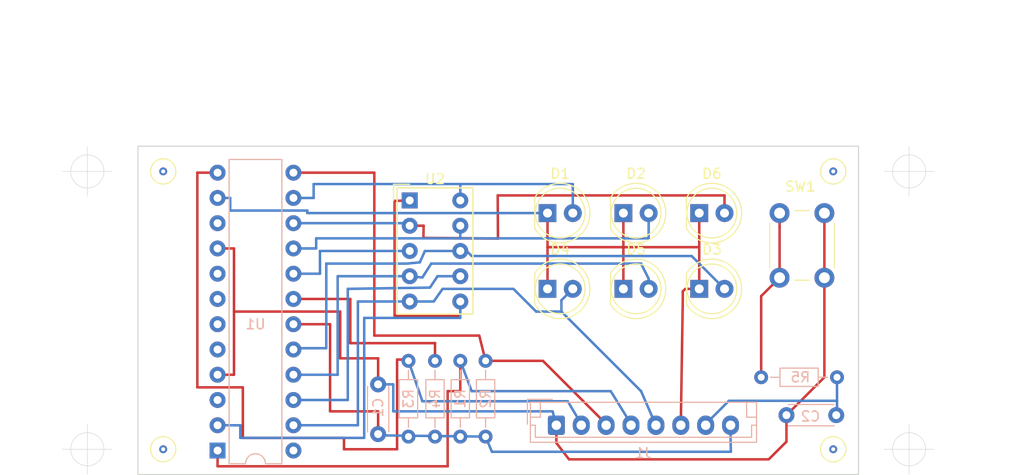
<source format=kicad_pcb>
(kicad_pcb (version 20171130) (host pcbnew "(5.1.4)-1")

  (general
    (thickness 1.6)
    (drawings 31)
    (tracks 176)
    (zones 0)
    (modules 17)
    (nets 19)
  )

  (page A4 portrait)
  (title_block
    (title "A1.2-КОЗ-01 - МИ-01 (модуль индикации)")
    (date 2019-12-20)
    (company "VP Home Studio")
    (comment 1 "VPHS-2019-КОЗ01-МИ-01 СБ")
    (comment 2 "Павлов В.Г.")
  )

  (layers
    (0 F.Cu signal)
    (31 B.Cu signal)
    (32 B.Adhes user hide)
    (33 F.Adhes user hide)
    (34 B.Paste user)
    (35 F.Paste user)
    (36 B.SilkS user)
    (37 F.SilkS user)
    (38 B.Mask user)
    (39 F.Mask user)
    (40 Dwgs.User user)
    (41 Cmts.User user hide)
    (42 Eco1.User user hide)
    (43 Eco2.User user hide)
    (44 Edge.Cuts user)
    (45 Margin user hide)
    (46 B.CrtYd user)
    (47 F.CrtYd user)
    (48 B.Fab user hide)
    (49 F.Fab user hide)
  )

  (setup
    (last_trace_width 0.25)
    (trace_clearance 0.2)
    (zone_clearance 0.508)
    (zone_45_only no)
    (trace_min 0.2)
    (via_size 0.8)
    (via_drill 0.4)
    (via_min_size 0.4)
    (via_min_drill 0.3)
    (uvia_size 0.3)
    (uvia_drill 0.1)
    (uvias_allowed no)
    (uvia_min_size 0.2)
    (uvia_min_drill 0.1)
    (edge_width 0.05)
    (segment_width 0.2)
    (pcb_text_width 0.3)
    (pcb_text_size 1.5 1.5)
    (mod_edge_width 0.12)
    (mod_text_size 1 1)
    (mod_text_width 0.15)
    (pad_size 1.524 1.524)
    (pad_drill 0.762)
    (pad_to_mask_clearance 0.051)
    (solder_mask_min_width 0.25)
    (aux_axis_origin 0 0)
    (visible_elements 7FFFFFFF)
    (pcbplotparams
      (layerselection 0x00000_7fffffff)
      (usegerberextensions false)
      (usegerberattributes false)
      (usegerberadvancedattributes false)
      (creategerberjobfile false)
      (excludeedgelayer false)
      (linewidth 0.100000)
      (plotframeref false)
      (viasonmask false)
      (mode 1)
      (useauxorigin false)
      (hpglpennumber 1)
      (hpglpenspeed 20)
      (hpglpendiameter 15.000000)
      (psnegative false)
      (psa4output false)
      (plotreference true)
      (plotvalue false)
      (plotinvisibletext false)
      (padsonsilk false)
      (subtractmaskfromsilk false)
      (outputformat 4)
      (mirror true)
      (drillshape 2)
      (scaleselection 1)
      (outputdirectory ""))
  )

  (net 0 "")
  (net 1 /1)
  (net 2 /10)
  (net 3 /2)
  (net 4 /3)
  (net 5 /4)
  (net 6 /5)
  (net 7 /6)
  (net 8 +5V)
  (net 9 /7)
  (net 10 GND)
  (net 11 "Net-(R4-Pad1)")
  (net 12 /8)
  (net 13 /9)
  (net 14 /RES)
  (net 15 /DIN)
  (net 16 /CLK)
  (net 17 /CS)
  (net 18 "Net-(R5-Pad1)")

  (net_class Default "Это класс цепей по умолчанию."
    (clearance 0.2)
    (trace_width 0.25)
    (via_dia 0.8)
    (via_drill 0.4)
    (uvia_dia 0.3)
    (uvia_drill 0.1)
    (add_net +5V)
    (add_net /1)
    (add_net /10)
    (add_net /2)
    (add_net /3)
    (add_net /4)
    (add_net /5)
    (add_net /6)
    (add_net /7)
    (add_net /8)
    (add_net /9)
    (add_net /CLK)
    (add_net /CS)
    (add_net /DIN)
    (add_net /RES)
    (add_net GND)
    (add_net "Net-(R4-Pad1)")
    (add_net "Net-(R5-Pad1)")
  )

  (module LED_THT:LED_D5.0mm_IRGrey (layer F.Cu) (tedit 5A6C9BB8) (tstamp 5DF6246B)
    (at 124.587 149.86)
    (descr "LED, diameter 5.0mm, 2 pins, http://cdn-reichelt.de/documents/datenblatt/A500/LL-504BC2E-009.pdf")
    (tags "LED diameter 5.0mm 2 pins")
    (path /5DF4BEB9)
    (fp_text reference D3 (at 1.27 -3.96) (layer F.SilkS)
      (effects (font (size 1 1) (thickness 0.15)))
    )
    (fp_text value "5mm LED-ORANGE" (at 1.27 3.96) (layer F.Fab)
      (effects (font (size 1 1) (thickness 0.15)))
    )
    (fp_arc (start 1.27 0) (end -1.29 1.54483) (angle -148.9) (layer F.SilkS) (width 0.12))
    (fp_arc (start 1.27 0) (end -1.29 -1.54483) (angle 148.9) (layer F.SilkS) (width 0.12))
    (fp_arc (start 1.27 0) (end -1.23 -1.469694) (angle 299.1) (layer F.Fab) (width 0.1))
    (fp_circle (center 1.27 0) (end 3.77 0) (layer F.SilkS) (width 0.12))
    (fp_circle (center 1.27 0) (end 3.77 0) (layer F.Fab) (width 0.1))
    (fp_line (start 4.5 -3.25) (end -1.95 -3.25) (layer F.CrtYd) (width 0.05))
    (fp_line (start 4.5 3.25) (end 4.5 -3.25) (layer F.CrtYd) (width 0.05))
    (fp_line (start -1.95 3.25) (end 4.5 3.25) (layer F.CrtYd) (width 0.05))
    (fp_line (start -1.95 -3.25) (end -1.95 3.25) (layer F.CrtYd) (width 0.05))
    (fp_line (start -1.29 -1.545) (end -1.29 1.545) (layer F.SilkS) (width 0.12))
    (fp_line (start -1.23 -1.469694) (end -1.23 1.469694) (layer F.Fab) (width 0.1))
    (fp_text user %R (at 1.25 0) (layer F.Fab)
      (effects (font (size 0.8 0.8) (thickness 0.2)))
    )
    (pad 2 thru_hole circle (at 2.54 0) (size 1.8 1.8) (drill 0.9) (layers *.Cu *.Mask)
      (net 4 /3))
    (pad 1 thru_hole rect (at 0 0) (size 1.8 1.8) (drill 0.9) (layers *.Cu *.Mask)
      (net 2 /10))
    (model ${KISYS3DMOD}/LED_THT.3dshapes/LED_D5.0mm_IRGrey.wrl
      (at (xyz 0 0 0))
      (scale (xyz 1 1 1))
      (rotate (xyz 0 0 0))
    )
  )

  (module Button_Switch_THT:SW_PUSH_6mm_H7.3mm (layer F.Cu) (tedit 5A02FE31) (tstamp 5E21B8B6)
    (at 137.16 142.24 270)
    (descr "tactile push button, 6x6mm e.g. PHAP33xx series, height=7.3mm")
    (tags "tact sw push 6mm")
    (path /5E21EB60)
    (fp_text reference SW1 (at -2.667 2.413 180) (layer F.SilkS)
      (effects (font (size 1 1) (thickness 0.15)))
    )
    (fp_text value "\"Reset\"" (at 3.75 6.7 90) (layer F.Fab)
      (effects (font (size 1 1) (thickness 0.15)))
    )
    (fp_circle (center 3.25 2.25) (end 1.25 2.5) (layer F.Fab) (width 0.1))
    (fp_line (start 6.75 3) (end 6.75 1.5) (layer F.SilkS) (width 0.12))
    (fp_line (start 5.5 -1) (end 1 -1) (layer F.SilkS) (width 0.12))
    (fp_line (start -0.25 1.5) (end -0.25 3) (layer F.SilkS) (width 0.12))
    (fp_line (start 1 5.5) (end 5.5 5.5) (layer F.SilkS) (width 0.12))
    (fp_line (start 8 -1.25) (end 8 5.75) (layer F.CrtYd) (width 0.05))
    (fp_line (start 7.75 6) (end -1.25 6) (layer F.CrtYd) (width 0.05))
    (fp_line (start -1.5 5.75) (end -1.5 -1.25) (layer F.CrtYd) (width 0.05))
    (fp_line (start -1.25 -1.5) (end 7.75 -1.5) (layer F.CrtYd) (width 0.05))
    (fp_line (start -1.5 6) (end -1.25 6) (layer F.CrtYd) (width 0.05))
    (fp_line (start -1.5 5.75) (end -1.5 6) (layer F.CrtYd) (width 0.05))
    (fp_line (start -1.5 -1.5) (end -1.25 -1.5) (layer F.CrtYd) (width 0.05))
    (fp_line (start -1.5 -1.25) (end -1.5 -1.5) (layer F.CrtYd) (width 0.05))
    (fp_line (start 8 -1.5) (end 8 -1.25) (layer F.CrtYd) (width 0.05))
    (fp_line (start 7.75 -1.5) (end 8 -1.5) (layer F.CrtYd) (width 0.05))
    (fp_line (start 8 6) (end 8 5.75) (layer F.CrtYd) (width 0.05))
    (fp_line (start 7.75 6) (end 8 6) (layer F.CrtYd) (width 0.05))
    (fp_line (start 0.25 -0.75) (end 3.25 -0.75) (layer F.Fab) (width 0.1))
    (fp_line (start 0.25 5.25) (end 0.25 -0.75) (layer F.Fab) (width 0.1))
    (fp_line (start 6.25 5.25) (end 0.25 5.25) (layer F.Fab) (width 0.1))
    (fp_line (start 6.25 -0.75) (end 6.25 5.25) (layer F.Fab) (width 0.1))
    (fp_line (start 3.25 -0.75) (end 6.25 -0.75) (layer F.Fab) (width 0.1))
    (fp_text user %R (at 3.25 2.25 90) (layer F.Fab)
      (effects (font (size 1 1) (thickness 0.15)))
    )
    (pad 1 thru_hole circle (at 6.5 0) (size 2 2) (drill 1.1) (layers *.Cu *.Mask)
      (net 10 GND))
    (pad 2 thru_hole circle (at 6.5 4.5) (size 2 2) (drill 1.1) (layers *.Cu *.Mask)
      (net 18 "Net-(R5-Pad1)"))
    (pad 1 thru_hole circle (at 0 0) (size 2 2) (drill 1.1) (layers *.Cu *.Mask)
      (net 10 GND))
    (pad 2 thru_hole circle (at 0 4.5) (size 2 2) (drill 1.1) (layers *.Cu *.Mask)
      (net 18 "Net-(R5-Pad1)"))
    (model ${KISYS3DMOD}/Button_Switch_THT.3dshapes/SW_PUSH_6mm_H7.3mm.wrl
      (at (xyz 0 0 0))
      (scale (xyz 1 1 1))
      (rotate (xyz 0 0 0))
    )
  )

  (module Resistor_THT:R_Axial_DIN0204_L3.6mm_D1.6mm_P7.62mm_Horizontal (layer B.Cu) (tedit 5AE5139B) (tstamp 5E21B897)
    (at 130.81 158.75)
    (descr "Resistor, Axial_DIN0204 series, Axial, Horizontal, pin pitch=7.62mm, 0.167W, length*diameter=3.6*1.6mm^2, http://cdn-reichelt.de/documents/datenblatt/B400/1_4W%23YAG.pdf")
    (tags "Resistor Axial_DIN0204 series Axial Horizontal pin pitch 7.62mm 0.167W length 3.6mm diameter 1.6mm")
    (path /5E21D20F)
    (fp_text reference R5 (at 3.937 0) (layer B.SilkS)
      (effects (font (size 1 1) (thickness 0.15)) (justify mirror))
    )
    (fp_text value 1k (at 3.81 -1.92) (layer B.Fab)
      (effects (font (size 1 1) (thickness 0.15)) (justify mirror))
    )
    (fp_text user %R (at 3.81 0) (layer B.Fab)
      (effects (font (size 0.72 0.72) (thickness 0.108)) (justify mirror))
    )
    (fp_line (start 8.57 1.05) (end -0.95 1.05) (layer B.CrtYd) (width 0.05))
    (fp_line (start 8.57 -1.05) (end 8.57 1.05) (layer B.CrtYd) (width 0.05))
    (fp_line (start -0.95 -1.05) (end 8.57 -1.05) (layer B.CrtYd) (width 0.05))
    (fp_line (start -0.95 1.05) (end -0.95 -1.05) (layer B.CrtYd) (width 0.05))
    (fp_line (start 6.68 0) (end 5.73 0) (layer B.SilkS) (width 0.12))
    (fp_line (start 0.94 0) (end 1.89 0) (layer B.SilkS) (width 0.12))
    (fp_line (start 5.73 0.92) (end 1.89 0.92) (layer B.SilkS) (width 0.12))
    (fp_line (start 5.73 -0.92) (end 5.73 0.92) (layer B.SilkS) (width 0.12))
    (fp_line (start 1.89 -0.92) (end 5.73 -0.92) (layer B.SilkS) (width 0.12))
    (fp_line (start 1.89 0.92) (end 1.89 -0.92) (layer B.SilkS) (width 0.12))
    (fp_line (start 7.62 0) (end 5.61 0) (layer B.Fab) (width 0.1))
    (fp_line (start 0 0) (end 2.01 0) (layer B.Fab) (width 0.1))
    (fp_line (start 5.61 0.8) (end 2.01 0.8) (layer B.Fab) (width 0.1))
    (fp_line (start 5.61 -0.8) (end 5.61 0.8) (layer B.Fab) (width 0.1))
    (fp_line (start 2.01 -0.8) (end 5.61 -0.8) (layer B.Fab) (width 0.1))
    (fp_line (start 2.01 0.8) (end 2.01 -0.8) (layer B.Fab) (width 0.1))
    (pad 2 thru_hole oval (at 7.62 0) (size 1.4 1.4) (drill 0.7) (layers *.Cu *.Mask)
      (net 14 /RES))
    (pad 1 thru_hole circle (at 0 0) (size 1.4 1.4) (drill 0.7) (layers *.Cu *.Mask)
      (net 18 "Net-(R5-Pad1)"))
    (model ${KISYS3DMOD}/Resistor_THT.3dshapes/R_Axial_DIN0204_L3.6mm_D1.6mm_P7.62mm_Horizontal.wrl
      (at (xyz 0 0 0))
      (scale (xyz 1 1 1))
      (rotate (xyz 0 0 0))
    )
  )

  (module Capacitor_THT:C_Disc_D4.3mm_W1.9mm_P5.00mm (layer B.Cu) (tedit 5AE50EF0) (tstamp 5E21B6A3)
    (at 133.35 162.56)
    (descr "C, Disc series, Radial, pin pitch=5.00mm, , diameter*width=4.3*1.9mm^2, Capacitor, http://www.vishay.com/docs/45233/krseries.pdf")
    (tags "C Disc series Radial pin pitch 5.00mm  diameter 4.3mm width 1.9mm Capacitor")
    (path /5E21D47F)
    (fp_text reference C2 (at 2.413 0.127) (layer B.SilkS)
      (effects (font (size 1 1) (thickness 0.15)) (justify mirror))
    )
    (fp_text value 0,1 (at 2.5 -2.2) (layer B.Fab)
      (effects (font (size 1 1) (thickness 0.15)) (justify mirror))
    )
    (fp_text user %R (at 2.5 0) (layer B.Fab)
      (effects (font (size 0.86 0.86) (thickness 0.129)) (justify mirror))
    )
    (fp_line (start 6.05 1.2) (end -1.05 1.2) (layer B.CrtYd) (width 0.05))
    (fp_line (start 6.05 -1.2) (end 6.05 1.2) (layer B.CrtYd) (width 0.05))
    (fp_line (start -1.05 -1.2) (end 6.05 -1.2) (layer B.CrtYd) (width 0.05))
    (fp_line (start -1.05 1.2) (end -1.05 -1.2) (layer B.CrtYd) (width 0.05))
    (fp_line (start 4.77 -1.055) (end 4.77 -1.07) (layer B.SilkS) (width 0.12))
    (fp_line (start 4.77 1.07) (end 4.77 1.055) (layer B.SilkS) (width 0.12))
    (fp_line (start 0.23 -1.055) (end 0.23 -1.07) (layer B.SilkS) (width 0.12))
    (fp_line (start 0.23 1.07) (end 0.23 1.055) (layer B.SilkS) (width 0.12))
    (fp_line (start 0.23 -1.07) (end 4.77 -1.07) (layer B.SilkS) (width 0.12))
    (fp_line (start 0.23 1.07) (end 4.77 1.07) (layer B.SilkS) (width 0.12))
    (fp_line (start 4.65 0.95) (end 0.35 0.95) (layer B.Fab) (width 0.1))
    (fp_line (start 4.65 -0.95) (end 4.65 0.95) (layer B.Fab) (width 0.1))
    (fp_line (start 0.35 -0.95) (end 4.65 -0.95) (layer B.Fab) (width 0.1))
    (fp_line (start 0.35 0.95) (end 0.35 -0.95) (layer B.Fab) (width 0.1))
    (pad 2 thru_hole circle (at 5 0) (size 1.6 1.6) (drill 0.8) (layers *.Cu *.Mask)
      (net 14 /RES))
    (pad 1 thru_hole circle (at 0 0) (size 1.6 1.6) (drill 0.8) (layers *.Cu *.Mask)
      (net 10 GND))
    (model ${KISYS3DMOD}/Capacitor_THT.3dshapes/C_Disc_D4.3mm_W1.9mm_P5.00mm.wrl
      (at (xyz 0 0 0))
      (scale (xyz 1 1 1))
      (rotate (xyz 0 0 0))
    )
  )

  (module Package_DIP:DIP-24_W7.62mm (layer B.Cu) (tedit 5A02E8C5) (tstamp 5E0217CF)
    (at 76.2 166.116)
    (descr "24-lead though-hole mounted DIP package, row spacing 7.62 mm (300 mils)")
    (tags "THT DIP DIL PDIP 2.54mm 7.62mm 300mil")
    (path /5DF41EB1)
    (fp_text reference U1 (at 3.81 -12.7) (layer B.SilkS)
      (effects (font (size 1 1) (thickness 0.15)) (justify mirror))
    )
    (fp_text value MAX7221 (at 3.81 -30.27) (layer B.Fab)
      (effects (font (size 1 1) (thickness 0.15)) (justify mirror))
    )
    (fp_text user %R (at 3.81 -13.97) (layer B.Fab)
      (effects (font (size 1 1) (thickness 0.15)) (justify mirror))
    )
    (fp_line (start 8.7 1.55) (end -1.1 1.55) (layer B.CrtYd) (width 0.05))
    (fp_line (start 8.7 -29.5) (end 8.7 1.55) (layer B.CrtYd) (width 0.05))
    (fp_line (start -1.1 -29.5) (end 8.7 -29.5) (layer B.CrtYd) (width 0.05))
    (fp_line (start -1.1 1.55) (end -1.1 -29.5) (layer B.CrtYd) (width 0.05))
    (fp_line (start 6.46 1.33) (end 4.81 1.33) (layer B.SilkS) (width 0.12))
    (fp_line (start 6.46 -29.27) (end 6.46 1.33) (layer B.SilkS) (width 0.12))
    (fp_line (start 1.16 -29.27) (end 6.46 -29.27) (layer B.SilkS) (width 0.12))
    (fp_line (start 1.16 1.33) (end 1.16 -29.27) (layer B.SilkS) (width 0.12))
    (fp_line (start 2.81 1.33) (end 1.16 1.33) (layer B.SilkS) (width 0.12))
    (fp_line (start 0.635 0.27) (end 1.635 1.27) (layer B.Fab) (width 0.1))
    (fp_line (start 0.635 -29.21) (end 0.635 0.27) (layer B.Fab) (width 0.1))
    (fp_line (start 6.985 -29.21) (end 0.635 -29.21) (layer B.Fab) (width 0.1))
    (fp_line (start 6.985 1.27) (end 6.985 -29.21) (layer B.Fab) (width 0.1))
    (fp_line (start 1.635 1.27) (end 6.985 1.27) (layer B.Fab) (width 0.1))
    (fp_arc (start 3.81 1.33) (end 2.81 1.33) (angle 180) (layer B.SilkS) (width 0.12))
    (pad 24 thru_hole oval (at 7.62 0) (size 1.6 1.6) (drill 0.8) (layers *.Cu *.Mask))
    (pad 12 thru_hole oval (at 0 -27.94) (size 1.6 1.6) (drill 0.8) (layers *.Cu *.Mask)
      (net 17 /CS))
    (pad 23 thru_hole oval (at 7.62 -2.54) (size 1.6 1.6) (drill 0.8) (layers *.Cu *.Mask)
      (net 5 /4))
    (pad 11 thru_hole oval (at 0 -25.4) (size 1.6 1.6) (drill 0.8) (layers *.Cu *.Mask)
      (net 2 /10))
    (pad 22 thru_hole oval (at 7.62 -5.08) (size 1.6 1.6) (drill 0.8) (layers *.Cu *.Mask)
      (net 12 /8))
    (pad 10 thru_hole oval (at 0 -22.86) (size 1.6 1.6) (drill 0.8) (layers *.Cu *.Mask))
    (pad 21 thru_hole oval (at 7.62 -7.62) (size 1.6 1.6) (drill 0.8) (layers *.Cu *.Mask)
      (net 6 /5))
    (pad 9 thru_hole oval (at 0 -20.32) (size 1.6 1.6) (drill 0.8) (layers *.Cu *.Mask)
      (net 10 GND))
    (pad 20 thru_hole oval (at 7.62 -10.16) (size 1.6 1.6) (drill 0.8) (layers *.Cu *.Mask)
      (net 4 /3))
    (pad 8 thru_hole oval (at 0 -17.78) (size 1.6 1.6) (drill 0.8) (layers *.Cu *.Mask))
    (pad 19 thru_hole oval (at 7.62 -12.7) (size 1.6 1.6) (drill 0.8) (layers *.Cu *.Mask)
      (net 8 +5V))
    (pad 7 thru_hole oval (at 0 -15.24) (size 1.6 1.6) (drill 0.8) (layers *.Cu *.Mask))
    (pad 18 thru_hole oval (at 7.62 -15.24) (size 1.6 1.6) (drill 0.8) (layers *.Cu *.Mask)
      (net 11 "Net-(R4-Pad1)"))
    (pad 6 thru_hole oval (at 0 -12.7) (size 1.6 1.6) (drill 0.8) (layers *.Cu *.Mask))
    (pad 17 thru_hole oval (at 7.62 -17.78) (size 1.6 1.6) (drill 0.8) (layers *.Cu *.Mask)
      (net 9 /7))
    (pad 5 thru_hole oval (at 0 -10.16) (size 1.6 1.6) (drill 0.8) (layers *.Cu *.Mask))
    (pad 16 thru_hole oval (at 7.62 -20.32) (size 1.6 1.6) (drill 0.8) (layers *.Cu *.Mask)
      (net 3 /2))
    (pad 4 thru_hole oval (at 0 -7.62) (size 1.6 1.6) (drill 0.8) (layers *.Cu *.Mask)
      (net 10 GND))
    (pad 15 thru_hole oval (at 7.62 -22.86) (size 1.6 1.6) (drill 0.8) (layers *.Cu *.Mask)
      (net 7 /6))
    (pad 3 thru_hole oval (at 0 -5.08) (size 1.6 1.6) (drill 0.8) (layers *.Cu *.Mask))
    (pad 14 thru_hole oval (at 7.62 -25.4) (size 1.6 1.6) (drill 0.8) (layers *.Cu *.Mask)
      (net 1 /1))
    (pad 2 thru_hole oval (at 0 -2.54) (size 1.6 1.6) (drill 0.8) (layers *.Cu *.Mask)
      (net 13 /9))
    (pad 13 thru_hole oval (at 7.62 -27.94) (size 1.6 1.6) (drill 0.8) (layers *.Cu *.Mask)
      (net 16 /CLK))
    (pad 1 thru_hole rect (at 0 0) (size 1.6 1.6) (drill 0.8) (layers *.Cu *.Mask)
      (net 15 /DIN))
    (model ${KISYS3DMOD}/Package_DIP.3dshapes/DIP-24_W7.62mm.wrl
      (at (xyz 0 0 0))
      (scale (xyz 1 1 1))
      (rotate (xyz 0 0 0))
    )
  )

  (module Capacitor_THT:C_Disc_D4.3mm_W1.9mm_P5.00mm (layer B.Cu) (tedit 5AE50EF0) (tstamp 5DF7D9F2)
    (at 92.329 164.465 90)
    (descr "C, Disc series, Radial, pin pitch=5.00mm, , diameter*width=4.3*1.9mm^2, Capacitor, http://www.vishay.com/docs/45233/krseries.pdf")
    (tags "C Disc series Radial pin pitch 5.00mm  diameter 4.3mm width 1.9mm Capacitor")
    (path /5DF91D0E)
    (fp_text reference C1 (at 2.667 0 270) (layer B.SilkS)
      (effects (font (size 1 1) (thickness 0.15)) (justify mirror))
    )
    (fp_text value 0,1 (at 2.5 -2.2 270) (layer B.Fab)
      (effects (font (size 1 1) (thickness 0.15)) (justify mirror))
    )
    (fp_text user %R (at 2.5 0 270) (layer B.Fab)
      (effects (font (size 0.86 0.86) (thickness 0.129)) (justify mirror))
    )
    (fp_line (start 6.05 1.2) (end -1.05 1.2) (layer B.CrtYd) (width 0.05))
    (fp_line (start 6.05 -1.2) (end 6.05 1.2) (layer B.CrtYd) (width 0.05))
    (fp_line (start -1.05 -1.2) (end 6.05 -1.2) (layer B.CrtYd) (width 0.05))
    (fp_line (start -1.05 1.2) (end -1.05 -1.2) (layer B.CrtYd) (width 0.05))
    (fp_line (start 4.77 -1.055) (end 4.77 -1.07) (layer B.SilkS) (width 0.12))
    (fp_line (start 4.77 1.07) (end 4.77 1.055) (layer B.SilkS) (width 0.12))
    (fp_line (start 0.23 -1.055) (end 0.23 -1.07) (layer B.SilkS) (width 0.12))
    (fp_line (start 0.23 1.07) (end 0.23 1.055) (layer B.SilkS) (width 0.12))
    (fp_line (start 0.23 -1.07) (end 4.77 -1.07) (layer B.SilkS) (width 0.12))
    (fp_line (start 0.23 1.07) (end 4.77 1.07) (layer B.SilkS) (width 0.12))
    (fp_line (start 4.65 0.95) (end 0.35 0.95) (layer B.Fab) (width 0.1))
    (fp_line (start 4.65 -0.95) (end 4.65 0.95) (layer B.Fab) (width 0.1))
    (fp_line (start 0.35 -0.95) (end 4.65 -0.95) (layer B.Fab) (width 0.1))
    (fp_line (start 0.35 0.95) (end 0.35 -0.95) (layer B.Fab) (width 0.1))
    (pad 2 thru_hole circle (at 5 0 90) (size 1.6 1.6) (drill 0.8) (layers *.Cu *.Mask)
      (net 10 GND))
    (pad 1 thru_hole circle (at 0 0 90) (size 1.6 1.6) (drill 0.8) (layers *.Cu *.Mask)
      (net 8 +5V))
    (model ${KISYS3DMOD}/Capacitor_THT.3dshapes/C_Disc_D4.3mm_W1.9mm_P5.00mm.wrl
      (at (xyz 0 0 0))
      (scale (xyz 1 1 1))
      (rotate (xyz 0 0 0))
    )
  )

  (module Resistor_THT:R_Axial_DIN0204_L3.6mm_D1.6mm_P7.62mm_Horizontal (layer B.Cu) (tedit 5AE5139B) (tstamp 5DF624F5)
    (at 103.124 157.099 270)
    (descr "Resistor, Axial_DIN0204 series, Axial, Horizontal, pin pitch=7.62mm, 0.167W, length*diameter=3.6*1.6mm^2, http://cdn-reichelt.de/documents/datenblatt/B400/1_4W%23YAG.pdf")
    (tags "Resistor Axial_DIN0204 series Axial Horizontal pin pitch 7.62mm 0.167W length 3.6mm diameter 1.6mm")
    (path /5DF6E1CF)
    (fp_text reference R2 (at 3.81 0 90) (layer B.SilkS)
      (effects (font (size 1 1) (thickness 0.15)) (justify mirror))
    )
    (fp_text value 10k (at 3.81 -1.92 90) (layer B.Fab)
      (effects (font (size 1 1) (thickness 0.15)) (justify mirror))
    )
    (fp_text user %R (at 3.81 0 90) (layer B.Fab)
      (effects (font (size 0.72 0.72) (thickness 0.108)) (justify mirror))
    )
    (fp_line (start 8.57 1.05) (end -0.95 1.05) (layer B.CrtYd) (width 0.05))
    (fp_line (start 8.57 -1.05) (end 8.57 1.05) (layer B.CrtYd) (width 0.05))
    (fp_line (start -0.95 -1.05) (end 8.57 -1.05) (layer B.CrtYd) (width 0.05))
    (fp_line (start -0.95 1.05) (end -0.95 -1.05) (layer B.CrtYd) (width 0.05))
    (fp_line (start 6.68 0) (end 5.73 0) (layer B.SilkS) (width 0.12))
    (fp_line (start 0.94 0) (end 1.89 0) (layer B.SilkS) (width 0.12))
    (fp_line (start 5.73 0.92) (end 1.89 0.92) (layer B.SilkS) (width 0.12))
    (fp_line (start 5.73 -0.92) (end 5.73 0.92) (layer B.SilkS) (width 0.12))
    (fp_line (start 1.89 -0.92) (end 5.73 -0.92) (layer B.SilkS) (width 0.12))
    (fp_line (start 1.89 0.92) (end 1.89 -0.92) (layer B.SilkS) (width 0.12))
    (fp_line (start 7.62 0) (end 5.61 0) (layer B.Fab) (width 0.1))
    (fp_line (start 0 0) (end 2.01 0) (layer B.Fab) (width 0.1))
    (fp_line (start 5.61 0.8) (end 2.01 0.8) (layer B.Fab) (width 0.1))
    (fp_line (start 5.61 -0.8) (end 5.61 0.8) (layer B.Fab) (width 0.1))
    (fp_line (start 2.01 -0.8) (end 5.61 -0.8) (layer B.Fab) (width 0.1))
    (fp_line (start 2.01 0.8) (end 2.01 -0.8) (layer B.Fab) (width 0.1))
    (pad 2 thru_hole oval (at 7.62 0 270) (size 1.4 1.4) (drill 0.7) (layers *.Cu *.Mask)
      (net 8 +5V))
    (pad 1 thru_hole circle (at 0 0 270) (size 1.4 1.4) (drill 0.7) (layers *.Cu *.Mask)
      (net 16 /CLK))
    (model ${KISYS3DMOD}/Resistor_THT.3dshapes/R_Axial_DIN0204_L3.6mm_D1.6mm_P7.62mm_Horizontal.wrl
      (at (xyz 0 0 0))
      (scale (xyz 1 1 1))
      (rotate (xyz 0 0 0))
    )
  )

  (module Display_7Segment:HDSP-A401 (layer F.Cu) (tedit 5A9EC7B4) (tstamp 5DF6256D)
    (at 95.504 140.97)
    (descr "One digit 7 segment orange, common anode, https://docs.broadcom.com/docs/AV02-2553EN")
    (tags "One digit 7 segment orange common anode")
    (path /5DF4375C)
    (fp_text reference U2 (at 2.54 -2.159) (layer F.SilkS)
      (effects (font (size 1 1) (thickness 0.15)))
    )
    (fp_text value SC36-11GWA (at 2.54 12.7) (layer F.Fab)
      (effects (font (size 1 1) (thickness 0.15)))
    )
    (fp_line (start -1.63 -1.63) (end 0 -1.63) (layer F.SilkS) (width 0.12))
    (fp_line (start -1.63 0) (end -1.63 -1.63) (layer F.SilkS) (width 0.12))
    (fp_line (start -1.5 -1.5) (end 6.6 -1.5) (layer F.CrtYd) (width 0.05))
    (fp_line (start -1.5 11.7) (end -1.5 -1.5) (layer F.CrtYd) (width 0.05))
    (fp_line (start 6.6 11.7) (end -1.5 11.7) (layer F.CrtYd) (width 0.05))
    (fp_line (start 6.6 -1.5) (end 6.6 11.7) (layer F.CrtYd) (width 0.05))
    (fp_line (start -0.1 -1.1) (end 6.2 -1.1) (layer F.Fab) (width 0.1))
    (fp_line (start -1.1 -0.1) (end -0.1 -1.1) (layer F.Fab) (width 0.1))
    (fp_line (start -1.1 11.3) (end -1.1 -0.1) (layer F.Fab) (width 0.1))
    (fp_line (start 6.2 11.3) (end -1.1 11.3) (layer F.Fab) (width 0.1))
    (fp_line (start 6.2 -1.1) (end 6.2 11.3) (layer F.Fab) (width 0.1))
    (fp_line (start 6.35 11.43) (end 6.35 -1.27) (layer F.SilkS) (width 0.15))
    (fp_line (start -1.27 11.43) (end 6.35 11.43) (layer F.SilkS) (width 0.15))
    (fp_line (start -1.27 -1.27) (end -1.27 11.43) (layer F.SilkS) (width 0.15))
    (fp_line (start 6.35 -1.27) (end -1.27 -1.27) (layer F.SilkS) (width 0.15))
    (fp_text user %R (at 2.573 5.08) (layer F.Fab)
      (effects (font (size 1 1) (thickness 0.15)))
    )
    (pad 10 thru_hole circle (at 5.08 0) (size 1.6 1.6) (drill 0.8) (layers *.Cu *.Mask)
      (net 1 /1))
    (pad 9 thru_hole circle (at 5.08 2.54) (size 1.6 1.6) (drill 0.8) (layers *.Cu *.Mask)
      (net 3 /2))
    (pad 8 thru_hole circle (at 5.08 5.08) (size 1.6 1.6) (drill 0.8) (layers *.Cu *.Mask)
      (net 4 /3))
    (pad 7 thru_hole circle (at 5.08 7.62) (size 1.6 1.6) (drill 0.8) (layers *.Cu *.Mask)
      (net 12 /8))
    (pad 6 thru_hole circle (at 5.08 10.16) (size 1.6 1.6) (drill 0.8) (layers *.Cu *.Mask)
      (net 13 /9))
    (pad 5 thru_hole circle (at 0 10.16) (size 1.6 1.6) (drill 0.8) (layers *.Cu *.Mask)
      (net 5 /4))
    (pad 4 thru_hole circle (at 0 7.62) (size 1.6 1.6) (drill 0.8) (layers *.Cu *.Mask)
      (net 6 /5))
    (pad 3 thru_hole circle (at 0 5.08) (size 1.6 1.6) (drill 0.8) (layers *.Cu *.Mask)
      (net 9 /7))
    (pad 2 thru_hole circle (at 0 2.54) (size 1.6 1.6) (drill 0.8) (layers *.Cu *.Mask)
      (net 7 /6))
    (pad 1 thru_hole rect (at 0 0) (size 1.6 1.6) (drill 0.8) (layers *.Cu *.Mask)
      (net 13 /9))
    (model ${KISYS3DMOD}/Display_7Segment.3dshapes/HDSP-A401.wrl
      (at (xyz 0 0 0))
      (scale (xyz 1 1 1))
      (rotate (xyz 0 0 0))
    )
  )

  (module Resistor_THT:R_Axial_DIN0204_L3.6mm_D1.6mm_P7.62mm_Horizontal (layer B.Cu) (tedit 5AE5139B) (tstamp 5DF62523)
    (at 98.044 157.099 270)
    (descr "Resistor, Axial_DIN0204 series, Axial, Horizontal, pin pitch=7.62mm, 0.167W, length*diameter=3.6*1.6mm^2, http://cdn-reichelt.de/documents/datenblatt/B400/1_4W%23YAG.pdf")
    (tags "Resistor Axial_DIN0204 series Axial Horizontal pin pitch 7.62mm 0.167W length 3.6mm diameter 1.6mm")
    (path /5DF6C697)
    (fp_text reference R4 (at 3.81 0 90) (layer B.SilkS)
      (effects (font (size 1 1) (thickness 0.15)) (justify mirror))
    )
    (fp_text value 10k (at 3.81 -1.92 90) (layer B.Fab)
      (effects (font (size 1 1) (thickness 0.15)) (justify mirror))
    )
    (fp_text user %R (at 3.81 0 90) (layer B.Fab)
      (effects (font (size 0.72 0.72) (thickness 0.108)) (justify mirror))
    )
    (fp_line (start 8.57 1.05) (end -0.95 1.05) (layer B.CrtYd) (width 0.05))
    (fp_line (start 8.57 -1.05) (end 8.57 1.05) (layer B.CrtYd) (width 0.05))
    (fp_line (start -0.95 -1.05) (end 8.57 -1.05) (layer B.CrtYd) (width 0.05))
    (fp_line (start -0.95 1.05) (end -0.95 -1.05) (layer B.CrtYd) (width 0.05))
    (fp_line (start 6.68 0) (end 5.73 0) (layer B.SilkS) (width 0.12))
    (fp_line (start 0.94 0) (end 1.89 0) (layer B.SilkS) (width 0.12))
    (fp_line (start 5.73 0.92) (end 1.89 0.92) (layer B.SilkS) (width 0.12))
    (fp_line (start 5.73 -0.92) (end 5.73 0.92) (layer B.SilkS) (width 0.12))
    (fp_line (start 1.89 -0.92) (end 5.73 -0.92) (layer B.SilkS) (width 0.12))
    (fp_line (start 1.89 0.92) (end 1.89 -0.92) (layer B.SilkS) (width 0.12))
    (fp_line (start 7.62 0) (end 5.61 0) (layer B.Fab) (width 0.1))
    (fp_line (start 0 0) (end 2.01 0) (layer B.Fab) (width 0.1))
    (fp_line (start 5.61 0.8) (end 2.01 0.8) (layer B.Fab) (width 0.1))
    (fp_line (start 5.61 -0.8) (end 5.61 0.8) (layer B.Fab) (width 0.1))
    (fp_line (start 2.01 -0.8) (end 5.61 -0.8) (layer B.Fab) (width 0.1))
    (fp_line (start 2.01 0.8) (end 2.01 -0.8) (layer B.Fab) (width 0.1))
    (pad 2 thru_hole oval (at 7.62 0 270) (size 1.4 1.4) (drill 0.7) (layers *.Cu *.Mask)
      (net 8 +5V))
    (pad 1 thru_hole circle (at 0 0 270) (size 1.4 1.4) (drill 0.7) (layers *.Cu *.Mask)
      (net 11 "Net-(R4-Pad1)"))
    (model ${KISYS3DMOD}/Resistor_THT.3dshapes/R_Axial_DIN0204_L3.6mm_D1.6mm_P7.62mm_Horizontal.wrl
      (at (xyz 0 0 0))
      (scale (xyz 1 1 1))
      (rotate (xyz 0 0 0))
    )
  )

  (module Resistor_THT:R_Axial_DIN0204_L3.6mm_D1.6mm_P7.62mm_Horizontal (layer B.Cu) (tedit 5AE5139B) (tstamp 5DF6250C)
    (at 95.377 157.099 270)
    (descr "Resistor, Axial_DIN0204 series, Axial, Horizontal, pin pitch=7.62mm, 0.167W, length*diameter=3.6*1.6mm^2, http://cdn-reichelt.de/documents/datenblatt/B400/1_4W%23YAG.pdf")
    (tags "Resistor Axial_DIN0204 series Axial Horizontal pin pitch 7.62mm 0.167W length 3.6mm diameter 1.6mm")
    (path /5DF6DF49)
    (fp_text reference R3 (at 3.81 0 90) (layer B.SilkS)
      (effects (font (size 1 1) (thickness 0.15)) (justify mirror))
    )
    (fp_text value 10k (at 3.81 -1.92 90) (layer B.Fab)
      (effects (font (size 1 1) (thickness 0.15)) (justify mirror))
    )
    (fp_text user %R (at 3.81 0 90) (layer B.Fab)
      (effects (font (size 0.72 0.72) (thickness 0.108)) (justify mirror))
    )
    (fp_line (start 8.57 1.05) (end -0.95 1.05) (layer B.CrtYd) (width 0.05))
    (fp_line (start 8.57 -1.05) (end 8.57 1.05) (layer B.CrtYd) (width 0.05))
    (fp_line (start -0.95 -1.05) (end 8.57 -1.05) (layer B.CrtYd) (width 0.05))
    (fp_line (start -0.95 1.05) (end -0.95 -1.05) (layer B.CrtYd) (width 0.05))
    (fp_line (start 6.68 0) (end 5.73 0) (layer B.SilkS) (width 0.12))
    (fp_line (start 0.94 0) (end 1.89 0) (layer B.SilkS) (width 0.12))
    (fp_line (start 5.73 0.92) (end 1.89 0.92) (layer B.SilkS) (width 0.12))
    (fp_line (start 5.73 -0.92) (end 5.73 0.92) (layer B.SilkS) (width 0.12))
    (fp_line (start 1.89 -0.92) (end 5.73 -0.92) (layer B.SilkS) (width 0.12))
    (fp_line (start 1.89 0.92) (end 1.89 -0.92) (layer B.SilkS) (width 0.12))
    (fp_line (start 7.62 0) (end 5.61 0) (layer B.Fab) (width 0.1))
    (fp_line (start 0 0) (end 2.01 0) (layer B.Fab) (width 0.1))
    (fp_line (start 5.61 0.8) (end 2.01 0.8) (layer B.Fab) (width 0.1))
    (fp_line (start 5.61 -0.8) (end 5.61 0.8) (layer B.Fab) (width 0.1))
    (fp_line (start 2.01 -0.8) (end 5.61 -0.8) (layer B.Fab) (width 0.1))
    (fp_line (start 2.01 0.8) (end 2.01 -0.8) (layer B.Fab) (width 0.1))
    (pad 2 thru_hole oval (at 7.62 0 270) (size 1.4 1.4) (drill 0.7) (layers *.Cu *.Mask)
      (net 8 +5V))
    (pad 1 thru_hole circle (at 0 0 270) (size 1.4 1.4) (drill 0.7) (layers *.Cu *.Mask)
      (net 17 /CS))
    (model ${KISYS3DMOD}/Resistor_THT.3dshapes/R_Axial_DIN0204_L3.6mm_D1.6mm_P7.62mm_Horizontal.wrl
      (at (xyz 0 0 0))
      (scale (xyz 1 1 1))
      (rotate (xyz 0 0 0))
    )
  )

  (module Resistor_THT:R_Axial_DIN0204_L3.6mm_D1.6mm_P7.62mm_Horizontal (layer B.Cu) (tedit 5AE5139B) (tstamp 5DF624DE)
    (at 100.584 157.099 270)
    (descr "Resistor, Axial_DIN0204 series, Axial, Horizontal, pin pitch=7.62mm, 0.167W, length*diameter=3.6*1.6mm^2, http://cdn-reichelt.de/documents/datenblatt/B400/1_4W%23YAG.pdf")
    (tags "Resistor Axial_DIN0204 series Axial Horizontal pin pitch 7.62mm 0.167W length 3.6mm diameter 1.6mm")
    (path /5DF8AF34)
    (fp_text reference R1 (at 3.81 0 90) (layer B.SilkS)
      (effects (font (size 1 1) (thickness 0.15)) (justify mirror))
    )
    (fp_text value 10k (at 3.81 -1.92 90) (layer B.Fab)
      (effects (font (size 1 1) (thickness 0.15)) (justify mirror))
    )
    (fp_text user %R (at 3.81 0 90) (layer B.Fab)
      (effects (font (size 0.72 0.72) (thickness 0.108)) (justify mirror))
    )
    (fp_line (start 8.57 1.05) (end -0.95 1.05) (layer B.CrtYd) (width 0.05))
    (fp_line (start 8.57 -1.05) (end 8.57 1.05) (layer B.CrtYd) (width 0.05))
    (fp_line (start -0.95 -1.05) (end 8.57 -1.05) (layer B.CrtYd) (width 0.05))
    (fp_line (start -0.95 1.05) (end -0.95 -1.05) (layer B.CrtYd) (width 0.05))
    (fp_line (start 6.68 0) (end 5.73 0) (layer B.SilkS) (width 0.12))
    (fp_line (start 0.94 0) (end 1.89 0) (layer B.SilkS) (width 0.12))
    (fp_line (start 5.73 0.92) (end 1.89 0.92) (layer B.SilkS) (width 0.12))
    (fp_line (start 5.73 -0.92) (end 5.73 0.92) (layer B.SilkS) (width 0.12))
    (fp_line (start 1.89 -0.92) (end 5.73 -0.92) (layer B.SilkS) (width 0.12))
    (fp_line (start 1.89 0.92) (end 1.89 -0.92) (layer B.SilkS) (width 0.12))
    (fp_line (start 7.62 0) (end 5.61 0) (layer B.Fab) (width 0.1))
    (fp_line (start 0 0) (end 2.01 0) (layer B.Fab) (width 0.1))
    (fp_line (start 5.61 0.8) (end 2.01 0.8) (layer B.Fab) (width 0.1))
    (fp_line (start 5.61 -0.8) (end 5.61 0.8) (layer B.Fab) (width 0.1))
    (fp_line (start 2.01 -0.8) (end 5.61 -0.8) (layer B.Fab) (width 0.1))
    (fp_line (start 2.01 0.8) (end 2.01 -0.8) (layer B.Fab) (width 0.1))
    (pad 2 thru_hole oval (at 7.62 0 270) (size 1.4 1.4) (drill 0.7) (layers *.Cu *.Mask)
      (net 8 +5V))
    (pad 1 thru_hole circle (at 0 0 270) (size 1.4 1.4) (drill 0.7) (layers *.Cu *.Mask)
      (net 15 /DIN))
    (model ${KISYS3DMOD}/Resistor_THT.3dshapes/R_Axial_DIN0204_L3.6mm_D1.6mm_P7.62mm_Horizontal.wrl
      (at (xyz 0 0 0))
      (scale (xyz 1 1 1))
      (rotate (xyz 0 0 0))
    )
  )

  (module Connector_JST:JST_EH_B8B-EH-A_1x08_P2.50mm_Vertical (layer B.Cu) (tedit 5C28142D) (tstamp 5DF624C7)
    (at 110.236 163.576)
    (descr "JST EH series connector, B8B-EH-A (http://www.jst-mfg.com/product/pdf/eng/eEH.pdf), generated with kicad-footprint-generator")
    (tags "connector JST EH vertical")
    (path /5DF5BAAB)
    (fp_text reference J1 (at 8.75 2.8) (layer B.SilkS)
      (effects (font (size 1 1) (thickness 0.15)) (justify mirror))
    )
    (fp_text value Conn_01x08_Male (at 8.75 -3.4) (layer B.Fab)
      (effects (font (size 1 1) (thickness 0.15)) (justify mirror))
    )
    (fp_text user %R (at 8.75 -1.5) (layer B.Fab)
      (effects (font (size 1 1) (thickness 0.15)) (justify mirror))
    )
    (fp_line (start -2.91 -2.61) (end -0.41 -2.61) (layer B.Fab) (width 0.1))
    (fp_line (start -2.91 -0.11) (end -2.91 -2.61) (layer B.Fab) (width 0.1))
    (fp_line (start -2.91 -2.61) (end -0.41 -2.61) (layer B.SilkS) (width 0.12))
    (fp_line (start -2.91 -0.11) (end -2.91 -2.61) (layer B.SilkS) (width 0.12))
    (fp_line (start 19.11 -0.81) (end 19.11 -2.31) (layer B.SilkS) (width 0.12))
    (fp_line (start 20.11 -0.81) (end 19.11 -0.81) (layer B.SilkS) (width 0.12))
    (fp_line (start -1.61 -0.81) (end -1.61 -2.31) (layer B.SilkS) (width 0.12))
    (fp_line (start -2.61 -0.81) (end -1.61 -0.81) (layer B.SilkS) (width 0.12))
    (fp_line (start 19.61 0) (end 20.11 0) (layer B.SilkS) (width 0.12))
    (fp_line (start 19.61 1.21) (end 19.61 0) (layer B.SilkS) (width 0.12))
    (fp_line (start -2.11 1.21) (end 19.61 1.21) (layer B.SilkS) (width 0.12))
    (fp_line (start -2.11 0) (end -2.11 1.21) (layer B.SilkS) (width 0.12))
    (fp_line (start -2.61 0) (end -2.11 0) (layer B.SilkS) (width 0.12))
    (fp_line (start 20.11 1.71) (end -2.61 1.71) (layer B.SilkS) (width 0.12))
    (fp_line (start 20.11 -2.31) (end 20.11 1.71) (layer B.SilkS) (width 0.12))
    (fp_line (start -2.61 -2.31) (end 20.11 -2.31) (layer B.SilkS) (width 0.12))
    (fp_line (start -2.61 1.71) (end -2.61 -2.31) (layer B.SilkS) (width 0.12))
    (fp_line (start 20.5 2.1) (end -3 2.1) (layer B.CrtYd) (width 0.05))
    (fp_line (start 20.5 -2.7) (end 20.5 2.1) (layer B.CrtYd) (width 0.05))
    (fp_line (start -3 -2.7) (end 20.5 -2.7) (layer B.CrtYd) (width 0.05))
    (fp_line (start -3 2.1) (end -3 -2.7) (layer B.CrtYd) (width 0.05))
    (fp_line (start 20 1.6) (end -2.5 1.6) (layer B.Fab) (width 0.1))
    (fp_line (start 20 -2.2) (end 20 1.6) (layer B.Fab) (width 0.1))
    (fp_line (start -2.5 -2.2) (end 20 -2.2) (layer B.Fab) (width 0.1))
    (fp_line (start -2.5 1.6) (end -2.5 -2.2) (layer B.Fab) (width 0.1))
    (pad 8 thru_hole oval (at 17.5 0) (size 1.7 1.95) (drill 0.95) (layers *.Cu *.Mask)
      (net 8 +5V))
    (pad 7 thru_hole oval (at 15 0) (size 1.7 1.95) (drill 0.95) (layers *.Cu *.Mask)
      (net 14 /RES))
    (pad 6 thru_hole oval (at 12.5 0) (size 1.7 1.95) (drill 0.95) (layers *.Cu *.Mask)
      (net 2 /10))
    (pad 5 thru_hole oval (at 10 0) (size 1.7 1.95) (drill 0.95) (layers *.Cu *.Mask)
      (net 5 /4))
    (pad 4 thru_hole oval (at 7.5 0) (size 1.7 1.95) (drill 0.95) (layers *.Cu *.Mask)
      (net 15 /DIN))
    (pad 3 thru_hole oval (at 5 0) (size 1.7 1.95) (drill 0.95) (layers *.Cu *.Mask)
      (net 16 /CLK))
    (pad 2 thru_hole oval (at 2.5 0) (size 1.7 1.95) (drill 0.95) (layers *.Cu *.Mask)
      (net 17 /CS))
    (pad 1 thru_hole roundrect (at 0 0) (size 1.7 1.95) (drill 0.95) (layers *.Cu *.Mask) (roundrect_rratio 0.147059)
      (net 10 GND))
    (model ${KISYS3DMOD}/Connector_JST.3dshapes/JST_EH_B8B-EH-A_1x08_P2.50mm_Vertical.wrl
      (at (xyz 0 0 0))
      (scale (xyz 1 1 1))
      (rotate (xyz 0 0 0))
    )
  )

  (module LED_THT:LED_D5.0mm_IRGrey (layer F.Cu) (tedit 5A6C9BB8) (tstamp 5DF624A1)
    (at 124.587 142.24)
    (descr "LED, diameter 5.0mm, 2 pins, http://cdn-reichelt.de/documents/datenblatt/A500/LL-504BC2E-009.pdf")
    (tags "LED diameter 5.0mm 2 pins")
    (path /5DF4CB26)
    (fp_text reference D6 (at 1.27 -3.96) (layer F.SilkS)
      (effects (font (size 1 1) (thickness 0.15)))
    )
    (fp_text value "5mm LED-RED" (at 1.27 3.96) (layer F.Fab)
      (effects (font (size 1 1) (thickness 0.15)))
    )
    (fp_arc (start 1.27 0) (end -1.29 1.54483) (angle -148.9) (layer F.SilkS) (width 0.12))
    (fp_arc (start 1.27 0) (end -1.29 -1.54483) (angle 148.9) (layer F.SilkS) (width 0.12))
    (fp_arc (start 1.27 0) (end -1.23 -1.469694) (angle 299.1) (layer F.Fab) (width 0.1))
    (fp_circle (center 1.27 0) (end 3.77 0) (layer F.SilkS) (width 0.12))
    (fp_circle (center 1.27 0) (end 3.77 0) (layer F.Fab) (width 0.1))
    (fp_line (start 4.5 -3.25) (end -1.95 -3.25) (layer F.CrtYd) (width 0.05))
    (fp_line (start 4.5 3.25) (end 4.5 -3.25) (layer F.CrtYd) (width 0.05))
    (fp_line (start -1.95 3.25) (end 4.5 3.25) (layer F.CrtYd) (width 0.05))
    (fp_line (start -1.95 -3.25) (end -1.95 3.25) (layer F.CrtYd) (width 0.05))
    (fp_line (start -1.29 -1.545) (end -1.29 1.545) (layer F.SilkS) (width 0.12))
    (fp_line (start -1.23 -1.469694) (end -1.23 1.469694) (layer F.Fab) (width 0.1))
    (fp_text user %R (at 1.25 0) (layer F.Fab)
      (effects (font (size 0.8 0.8) (thickness 0.2)))
    )
    (pad 2 thru_hole circle (at 2.54 0) (size 1.8 1.8) (drill 0.9) (layers *.Cu *.Mask)
      (net 7 /6))
    (pad 1 thru_hole rect (at 0 0) (size 1.8 1.8) (drill 0.9) (layers *.Cu *.Mask)
      (net 2 /10))
    (model ${KISYS3DMOD}/LED_THT.3dshapes/LED_D5.0mm_IRGrey.wrl
      (at (xyz 0 0 0))
      (scale (xyz 1 1 1))
      (rotate (xyz 0 0 0))
    )
  )

  (module LED_THT:LED_D5.0mm_IRGrey (layer F.Cu) (tedit 5A6C9BB8) (tstamp 5DF6248F)
    (at 116.967 149.86)
    (descr "LED, diameter 5.0mm, 2 pins, http://cdn-reichelt.de/documents/datenblatt/A500/LL-504BC2E-009.pdf")
    (tags "LED diameter 5.0mm 2 pins")
    (path /5DF4D92C)
    (fp_text reference D5 (at 1.27 -3.96) (layer F.SilkS)
      (effects (font (size 1 1) (thickness 0.15)))
    )
    (fp_text value "5mm LED-RED" (at 1.27 3.96) (layer F.Fab)
      (effects (font (size 1 1) (thickness 0.15)))
    )
    (fp_arc (start 1.27 0) (end -1.29 1.54483) (angle -148.9) (layer F.SilkS) (width 0.12))
    (fp_arc (start 1.27 0) (end -1.29 -1.54483) (angle 148.9) (layer F.SilkS) (width 0.12))
    (fp_arc (start 1.27 0) (end -1.23 -1.469694) (angle 299.1) (layer F.Fab) (width 0.1))
    (fp_circle (center 1.27 0) (end 3.77 0) (layer F.SilkS) (width 0.12))
    (fp_circle (center 1.27 0) (end 3.77 0) (layer F.Fab) (width 0.1))
    (fp_line (start 4.5 -3.25) (end -1.95 -3.25) (layer F.CrtYd) (width 0.05))
    (fp_line (start 4.5 3.25) (end 4.5 -3.25) (layer F.CrtYd) (width 0.05))
    (fp_line (start -1.95 3.25) (end 4.5 3.25) (layer F.CrtYd) (width 0.05))
    (fp_line (start -1.95 -3.25) (end -1.95 3.25) (layer F.CrtYd) (width 0.05))
    (fp_line (start -1.29 -1.545) (end -1.29 1.545) (layer F.SilkS) (width 0.12))
    (fp_line (start -1.23 -1.469694) (end -1.23 1.469694) (layer F.Fab) (width 0.1))
    (fp_text user %R (at 1.25 0) (layer F.Fab)
      (effects (font (size 0.8 0.8) (thickness 0.2)))
    )
    (pad 2 thru_hole circle (at 2.54 0) (size 1.8 1.8) (drill 0.9) (layers *.Cu *.Mask)
      (net 6 /5))
    (pad 1 thru_hole rect (at 0 0) (size 1.8 1.8) (drill 0.9) (layers *.Cu *.Mask)
      (net 2 /10))
    (model ${KISYS3DMOD}/LED_THT.3dshapes/LED_D5.0mm_IRGrey.wrl
      (at (xyz 0 0 0))
      (scale (xyz 1 1 1))
      (rotate (xyz 0 0 0))
    )
  )

  (module LED_THT:LED_D5.0mm_IRGrey (layer F.Cu) (tedit 5A6C9BB8) (tstamp 5DF6247D)
    (at 109.347 149.86)
    (descr "LED, diameter 5.0mm, 2 pins, http://cdn-reichelt.de/documents/datenblatt/A500/LL-504BC2E-009.pdf")
    (tags "LED diameter 5.0mm 2 pins")
    (path /5DF4C63B)
    (fp_text reference D4 (at 1.27 -3.96) (layer F.SilkS)
      (effects (font (size 1 1) (thickness 0.15)))
    )
    (fp_text value "5mm LED-YELLOW" (at 1.27 3.96) (layer F.Fab)
      (effects (font (size 1 1) (thickness 0.15)))
    )
    (fp_arc (start 1.27 0) (end -1.29 1.54483) (angle -148.9) (layer F.SilkS) (width 0.12))
    (fp_arc (start 1.27 0) (end -1.29 -1.54483) (angle 148.9) (layer F.SilkS) (width 0.12))
    (fp_arc (start 1.27 0) (end -1.23 -1.469694) (angle 299.1) (layer F.Fab) (width 0.1))
    (fp_circle (center 1.27 0) (end 3.77 0) (layer F.SilkS) (width 0.12))
    (fp_circle (center 1.27 0) (end 3.77 0) (layer F.Fab) (width 0.1))
    (fp_line (start 4.5 -3.25) (end -1.95 -3.25) (layer F.CrtYd) (width 0.05))
    (fp_line (start 4.5 3.25) (end 4.5 -3.25) (layer F.CrtYd) (width 0.05))
    (fp_line (start -1.95 3.25) (end 4.5 3.25) (layer F.CrtYd) (width 0.05))
    (fp_line (start -1.95 -3.25) (end -1.95 3.25) (layer F.CrtYd) (width 0.05))
    (fp_line (start -1.29 -1.545) (end -1.29 1.545) (layer F.SilkS) (width 0.12))
    (fp_line (start -1.23 -1.469694) (end -1.23 1.469694) (layer F.Fab) (width 0.1))
    (fp_text user %R (at 1.25 0) (layer F.Fab)
      (effects (font (size 0.8 0.8) (thickness 0.2)))
    )
    (pad 2 thru_hole circle (at 2.54 0) (size 1.8 1.8) (drill 0.9) (layers *.Cu *.Mask)
      (net 5 /4))
    (pad 1 thru_hole rect (at 0 0) (size 1.8 1.8) (drill 0.9) (layers *.Cu *.Mask)
      (net 2 /10))
    (model ${KISYS3DMOD}/LED_THT.3dshapes/LED_D5.0mm_IRGrey.wrl
      (at (xyz 0 0 0))
      (scale (xyz 1 1 1))
      (rotate (xyz 0 0 0))
    )
  )

  (module LED_THT:LED_D5.0mm_IRGrey (layer F.Cu) (tedit 5A6C9BB8) (tstamp 5DF62459)
    (at 116.967 142.24)
    (descr "LED, diameter 5.0mm, 2 pins, http://cdn-reichelt.de/documents/datenblatt/A500/LL-504BC2E-009.pdf")
    (tags "LED diameter 5.0mm 2 pins")
    (path /5DF4AEE3)
    (fp_text reference D2 (at 1.27 -3.96) (layer F.SilkS)
      (effects (font (size 1 1) (thickness 0.15)))
    )
    (fp_text value "5mm LED-GREEN" (at 1.27 3.96) (layer F.Fab)
      (effects (font (size 1 1) (thickness 0.15)))
    )
    (fp_arc (start 1.27 0) (end -1.29 1.54483) (angle -148.9) (layer F.SilkS) (width 0.12))
    (fp_arc (start 1.27 0) (end -1.29 -1.54483) (angle 148.9) (layer F.SilkS) (width 0.12))
    (fp_arc (start 1.27 0) (end -1.23 -1.469694) (angle 299.1) (layer F.Fab) (width 0.1))
    (fp_circle (center 1.27 0) (end 3.77 0) (layer F.SilkS) (width 0.12))
    (fp_circle (center 1.27 0) (end 3.77 0) (layer F.Fab) (width 0.1))
    (fp_line (start 4.5 -3.25) (end -1.95 -3.25) (layer F.CrtYd) (width 0.05))
    (fp_line (start 4.5 3.25) (end 4.5 -3.25) (layer F.CrtYd) (width 0.05))
    (fp_line (start -1.95 3.25) (end 4.5 3.25) (layer F.CrtYd) (width 0.05))
    (fp_line (start -1.95 -3.25) (end -1.95 3.25) (layer F.CrtYd) (width 0.05))
    (fp_line (start -1.29 -1.545) (end -1.29 1.545) (layer F.SilkS) (width 0.12))
    (fp_line (start -1.23 -1.469694) (end -1.23 1.469694) (layer F.Fab) (width 0.1))
    (fp_text user %R (at 1.25 0) (layer F.Fab)
      (effects (font (size 0.8 0.8) (thickness 0.2)))
    )
    (pad 2 thru_hole circle (at 2.54 0) (size 1.8 1.8) (drill 0.9) (layers *.Cu *.Mask)
      (net 3 /2))
    (pad 1 thru_hole rect (at 0 0) (size 1.8 1.8) (drill 0.9) (layers *.Cu *.Mask)
      (net 2 /10))
    (model ${KISYS3DMOD}/LED_THT.3dshapes/LED_D5.0mm_IRGrey.wrl
      (at (xyz 0 0 0))
      (scale (xyz 1 1 1))
      (rotate (xyz 0 0 0))
    )
  )

  (module LED_THT:LED_D5.0mm_IRGrey (layer F.Cu) (tedit 5A6C9BB8) (tstamp 5DF62447)
    (at 109.347 142.24)
    (descr "LED, diameter 5.0mm, 2 pins, http://cdn-reichelt.de/documents/datenblatt/A500/LL-504BC2E-009.pdf")
    (tags "LED diameter 5.0mm 2 pins")
    (path /5DF4A221)
    (fp_text reference D1 (at 1.27 -3.96) (layer F.SilkS)
      (effects (font (size 1 1) (thickness 0.15)))
    )
    (fp_text value "5mm LED-BLUE" (at 1.27 3.96) (layer F.Fab)
      (effects (font (size 1 1) (thickness 0.15)))
    )
    (fp_arc (start 1.27 0) (end -1.29 1.54483) (angle -148.9) (layer F.SilkS) (width 0.12))
    (fp_arc (start 1.27 0) (end -1.29 -1.54483) (angle 148.9) (layer F.SilkS) (width 0.12))
    (fp_arc (start 1.27 0) (end -1.23 -1.469694) (angle 299.1) (layer F.Fab) (width 0.1))
    (fp_circle (center 1.27 0) (end 3.77 0) (layer F.SilkS) (width 0.12))
    (fp_circle (center 1.27 0) (end 3.77 0) (layer F.Fab) (width 0.1))
    (fp_line (start 4.5 -3.25) (end -1.95 -3.25) (layer F.CrtYd) (width 0.05))
    (fp_line (start 4.5 3.25) (end 4.5 -3.25) (layer F.CrtYd) (width 0.05))
    (fp_line (start -1.95 3.25) (end 4.5 3.25) (layer F.CrtYd) (width 0.05))
    (fp_line (start -1.95 -3.25) (end -1.95 3.25) (layer F.CrtYd) (width 0.05))
    (fp_line (start -1.29 -1.545) (end -1.29 1.545) (layer F.SilkS) (width 0.12))
    (fp_line (start -1.23 -1.469694) (end -1.23 1.469694) (layer F.Fab) (width 0.1))
    (fp_text user %R (at 1.25 0) (layer F.Fab)
      (effects (font (size 0.8 0.8) (thickness 0.2)))
    )
    (pad 2 thru_hole circle (at 2.54 0) (size 1.8 1.8) (drill 0.9) (layers *.Cu *.Mask)
      (net 1 /1))
    (pad 1 thru_hole rect (at 0 0) (size 1.8 1.8) (drill 0.9) (layers *.Cu *.Mask)
      (net 2 /10))
    (model ${KISYS3DMOD}/LED_THT.3dshapes/LED_D5.0mm_IRGrey.wrl
      (at (xyz 0 0 0))
      (scale (xyz 1 1 1))
      (rotate (xyz 0 0 0))
    )
  )

  (dimension 30.48 (width 0.15) (layer Dwgs.User)
    (gr_text "30.480 мм" (at 58.009 153.289 90) (layer Dwgs.User)
      (effects (font (size 1 1) (thickness 0.15)))
    )
    (feature1 (pts (xy 70.739 168.529) (xy 58.722579 168.529)))
    (feature2 (pts (xy 70.739 138.049) (xy 58.722579 138.049)))
    (crossbar (pts (xy 59.309 138.049) (xy 59.309 168.529)))
    (arrow1a (pts (xy 59.309 168.529) (xy 58.722579 167.402496)))
    (arrow1b (pts (xy 59.309 168.529) (xy 59.895421 167.402496)))
    (arrow2a (pts (xy 59.309 138.049) (xy 58.722579 139.175504)))
    (arrow2b (pts (xy 59.309 138.049) (xy 59.895421 139.175504)))
  )
  (dimension 2.54 (width 0.15) (layer Dwgs.User)
    (gr_text "2.540 мм" (at 58.009 136.779 90) (layer Dwgs.User)
      (effects (font (size 1 1) (thickness 0.15)))
    )
    (feature1 (pts (xy 70.739 135.509) (xy 58.722579 135.509)))
    (feature2 (pts (xy 70.739 138.049) (xy 58.722579 138.049)))
    (crossbar (pts (xy 59.309 138.049) (xy 59.309 135.509)))
    (arrow1a (pts (xy 59.309 135.509) (xy 59.895421 136.635504)))
    (arrow1b (pts (xy 59.309 135.509) (xy 58.722579 136.635504)))
    (arrow2a (pts (xy 59.309 138.049) (xy 59.895421 136.922496)))
    (arrow2b (pts (xy 59.309 138.049) (xy 58.722579 136.922496)))
  )
  (dimension 7.62 (width 0.15) (layer Dwgs.User)
    (gr_text "7.620 мм" (at 98.044 127.351) (layer Dwgs.User)
      (effects (font (size 1 1) (thickness 0.15)))
    )
    (feature1 (pts (xy 94.234 145.288) (xy 94.234 128.064579)))
    (feature2 (pts (xy 101.854 145.288) (xy 101.854 128.064579)))
    (crossbar (pts (xy 101.854 128.651) (xy 94.234 128.651)))
    (arrow1a (pts (xy 94.234 128.651) (xy 95.360504 128.064579)))
    (arrow1b (pts (xy 94.234 128.651) (xy 95.360504 129.237421)))
    (arrow2a (pts (xy 101.854 128.651) (xy 100.727496 128.064579)))
    (arrow2b (pts (xy 101.854 128.651) (xy 100.727496 129.237421)))
  )
  (dimension 8.763 (width 0.15) (layer Dwgs.User)
    (gr_text "8.763 мм" (at 106.2355 127.351) (layer Dwgs.User)
      (effects (font (size 1 1) (thickness 0.15)))
    )
    (feature1 (pts (xy 101.854 145.288) (xy 101.854 128.064579)))
    (feature2 (pts (xy 110.617 145.288) (xy 110.617 128.064579)))
    (crossbar (pts (xy 110.617 128.651) (xy 101.854 128.651)))
    (arrow1a (pts (xy 101.854 128.651) (xy 102.980504 128.064579)))
    (arrow1b (pts (xy 101.854 128.651) (xy 102.980504 129.237421)))
    (arrow2a (pts (xy 110.617 128.651) (xy 109.490496 128.064579)))
    (arrow2b (pts (xy 110.617 128.651) (xy 109.490496 129.237421)))
  )
  (dimension 7.62 (width 0.15) (layer Dwgs.User)
    (gr_text "7.620 мм" (at 114.427 127.351) (layer Dwgs.User)
      (effects (font (size 1 1) (thickness 0.15)))
    )
    (feature1 (pts (xy 110.617 145.288) (xy 110.617 128.064579)))
    (feature2 (pts (xy 118.237 145.288) (xy 118.237 128.064579)))
    (crossbar (pts (xy 118.237 128.651) (xy 110.617 128.651)))
    (arrow1a (pts (xy 110.617 128.651) (xy 111.743504 128.064579)))
    (arrow1b (pts (xy 110.617 128.651) (xy 111.743504 129.237421)))
    (arrow2a (pts (xy 118.237 128.651) (xy 117.110496 128.064579)))
    (arrow2b (pts (xy 118.237 128.651) (xy 117.110496 129.237421)))
  )
  (dimension 7.62 (width 0.15) (layer Dwgs.User)
    (gr_text "7.620 мм" (at 122.047 127.351) (layer Dwgs.User)
      (effects (font (size 1 1) (thickness 0.15)))
    )
    (feature1 (pts (xy 118.237 145.288) (xy 118.237 128.064579)))
    (feature2 (pts (xy 125.857 145.288) (xy 125.857 128.064579)))
    (crossbar (pts (xy 125.857 128.651) (xy 118.237 128.651)))
    (arrow1a (pts (xy 118.237 128.651) (xy 119.363504 128.064579)))
    (arrow1b (pts (xy 118.237 128.651) (xy 119.363504 129.237421)))
    (arrow2a (pts (xy 125.857 128.651) (xy 124.730496 128.064579)))
    (arrow2b (pts (xy 125.857 128.651) (xy 124.730496 129.237421)))
  )
  (dimension 9.271 (width 0.15) (layer Dwgs.User)
    (gr_text "9.271 мм" (at 130.4925 127.351) (layer Dwgs.User)
      (effects (font (size 1 1) (thickness 0.15)))
    )
    (feature1 (pts (xy 125.857 145.288) (xy 125.857 128.064579)))
    (feature2 (pts (xy 135.128 145.288) (xy 135.128 128.064579)))
    (crossbar (pts (xy 135.128 128.651) (xy 125.857 128.651)))
    (arrow1a (pts (xy 125.857 128.651) (xy 126.983504 128.064579)))
    (arrow1b (pts (xy 125.857 128.651) (xy 126.983504 129.237421)))
    (arrow2a (pts (xy 135.128 128.651) (xy 134.001496 128.064579)))
    (arrow2b (pts (xy 135.128 128.651) (xy 134.001496 129.237421)))
  )
  (dimension 5.461 (width 0.15) (layer Dwgs.User)
    (gr_text "5.461 мм" (at 137.8585 127.351) (layer Dwgs.User)
      (effects (font (size 1 1) (thickness 0.15)))
    )
    (feature1 (pts (xy 140.589 145.288) (xy 140.589 128.064579)))
    (feature2 (pts (xy 135.128 145.288) (xy 135.128 128.064579)))
    (crossbar (pts (xy 135.128 128.651) (xy 140.589 128.651)))
    (arrow1a (pts (xy 140.589 128.651) (xy 139.462496 129.237421)))
    (arrow1b (pts (xy 140.589 128.651) (xy 139.462496 128.064579)))
    (arrow2a (pts (xy 135.128 128.651) (xy 136.254504 129.237421)))
    (arrow2b (pts (xy 135.128 128.651) (xy 136.254504 128.064579)))
  )
  (dimension 4.572 (width 0.15) (layer Dwgs.User)
    (gr_text "4.572 мм" (at 151.414 147.574 90) (layer Dwgs.User)
      (effects (font (size 1 1) (thickness 0.15)))
    )
    (feature1 (pts (xy 125.857 145.288) (xy 150.700421 145.288)))
    (feature2 (pts (xy 125.857 149.86) (xy 150.700421 149.86)))
    (crossbar (pts (xy 150.114 149.86) (xy 150.114 145.288)))
    (arrow1a (pts (xy 150.114 145.288) (xy 150.700421 146.414504)))
    (arrow1b (pts (xy 150.114 145.288) (xy 149.527579 146.414504)))
    (arrow2a (pts (xy 150.114 149.86) (xy 150.700421 148.733496)))
    (arrow2b (pts (xy 150.114 149.86) (xy 149.527579 148.733496)))
  )
  (dimension 3.048 (width 0.15) (layer Dwgs.User)
    (gr_text "3.048 мм" (at 151.414 143.764 90) (layer Dwgs.User)
      (effects (font (size 1 1) (thickness 0.15)))
    )
    (feature1 (pts (xy 134.874 142.24) (xy 150.700421 142.24)))
    (feature2 (pts (xy 134.874 145.288) (xy 150.700421 145.288)))
    (crossbar (pts (xy 150.114 145.288) (xy 150.114 142.24)))
    (arrow1a (pts (xy 150.114 142.24) (xy 150.700421 143.366504)))
    (arrow1b (pts (xy 150.114 142.24) (xy 149.527579 143.366504)))
    (arrow2a (pts (xy 150.114 145.288) (xy 150.700421 144.161496)))
    (arrow2b (pts (xy 150.114 145.288) (xy 149.527579 144.161496)))
  )
  (dimension 6.731 (width 0.15) (layer Dwgs.User)
    (gr_text "6.731 мм" (at 151.414 138.8745 90) (layer Dwgs.User)
      (effects (font (size 1 1) (thickness 0.15)))
    )
    (feature1 (pts (xy 125.857 135.509) (xy 150.700421 135.509)))
    (feature2 (pts (xy 125.857 142.24) (xy 150.700421 142.24)))
    (crossbar (pts (xy 150.114 142.24) (xy 150.114 135.509)))
    (arrow1a (pts (xy 150.114 135.509) (xy 150.700421 136.635504)))
    (arrow1b (pts (xy 150.114 135.509) (xy 149.527579 136.635504)))
    (arrow2a (pts (xy 150.114 142.24) (xy 150.700421 141.113496)))
    (arrow2b (pts (xy 150.114 142.24) (xy 149.527579 141.113496)))
  )
  (dimension 72.39 (width 0.15) (layer Dwgs.User)
    (gr_text "72.390 мм" (at 104.394 121.509) (layer Dwgs.User) (tstamp 5E22EEC0)
      (effects (font (size 1 1) (thickness 0.15)))
    )
    (feature1 (pts (xy 68.199 135.509) (xy 68.199 122.222579)))
    (feature2 (pts (xy 140.589 135.509) (xy 140.589 122.222579)))
    (crossbar (pts (xy 140.589 122.809) (xy 68.199 122.809)))
    (arrow1a (pts (xy 68.199 122.809) (xy 69.325504 122.222579)))
    (arrow1b (pts (xy 68.199 122.809) (xy 69.325504 123.395421)))
    (arrow2a (pts (xy 140.589 122.809) (xy 139.462496 122.222579)))
    (arrow2b (pts (xy 140.589 122.809) (xy 139.462496 123.395421)))
  )
  (dimension 33.02 (width 0.15) (layer Dwgs.User)
    (gr_text "33.020 мм" (at 155.859 152.019 90) (layer Dwgs.User)
      (effects (font (size 1 1) (thickness 0.15)))
    )
    (feature1 (pts (xy 140.589 135.509) (xy 155.145421 135.509)))
    (feature2 (pts (xy 140.589 168.529) (xy 155.145421 168.529)))
    (crossbar (pts (xy 154.559 168.529) (xy 154.559 135.509)))
    (arrow1a (pts (xy 154.559 135.509) (xy 155.145421 136.635504)))
    (arrow1b (pts (xy 154.559 135.509) (xy 153.972579 136.635504)))
    (arrow2a (pts (xy 154.559 168.529) (xy 155.145421 167.402496)))
    (arrow2b (pts (xy 154.559 168.529) (xy 153.972579 167.402496)))
  )
  (gr_text "Испр. КОЗ" (at 119.888 137.414) (layer Cmts.User)
    (effects (font (size 1 1) (thickness 0.15)))
  )
  (gr_text Состояние (at 110.49 137.414) (layer Cmts.User)
    (effects (font (size 1 1) (thickness 0.15)))
  )
  (gr_text "Лампа вкл." (at 110.236 154.432) (layer Cmts.User)
    (effects (font (size 1 1) (thickness 0.15)))
  )
  (gr_text "Неиспр. ЛО" (at 119.507 154.432) (layer Cmts.User)
    (effects (font (size 1 1) (thickness 0.15)))
  )
  (gr_text Звонок (at 132.334 149.733) (layer Cmts.User)
    (effects (font (size 1 1) (thickness 0.15)))
  )
  (gr_text "Неиспр. КОЗ" (at 134.493 142.875) (layer Cmts.User) (tstamp 5DFE1F90)
    (effects (font (size 1 1) (thickness 0.15)))
  )
  (target plus (at 145.669 165.989) (size 5) (width 0.05) (layer Edge.Cuts) (tstamp 5DFC8F5D))
  (target plus (at 63.119 165.989) (size 5) (width 0.05) (layer Edge.Cuts) (tstamp 5DFB4233))
  (target plus (at 63.119 138.049) (size 5) (width 0.05) (layer Edge.Cuts) (tstamp 5DFB4223))
  (target plus (at 145.669 138.049) (size 5) (width 0.05) (layer Edge.Cuts))
  (gr_circle (center 70.739 138.049) (end 70.739 136.779) (layer F.SilkS) (width 0.12))
  (gr_circle (center 70.739 165.989) (end 70.739 167.259) (layer F.SilkS) (width 0.12))
  (gr_circle (center 138.049 165.989) (end 138.049 167.259) (layer F.SilkS) (width 0.12))
  (gr_circle (center 138.049 138.049) (end 138.049 136.779) (layer F.SilkS) (width 0.12))
  (gr_line (start 68.199 168.529) (end 68.199 135.509) (layer Edge.Cuts) (width 0.1))
  (gr_line (start 140.589 168.529) (end 68.199 168.529) (layer Edge.Cuts) (width 0.1))
  (gr_line (start 140.589 135.509) (end 140.589 168.529) (layer Edge.Cuts) (width 0.1))
  (gr_line (start 68.199 135.509) (end 140.589 135.509) (layer Edge.Cuts) (width 0.1))

  (via (at 138.049 138.049) (size 0.8) (drill 0.4) (layers F.Cu B.Cu) (net 0))
  (via (at 70.739 138.049) (size 0.8) (drill 0.4) (layers F.Cu B.Cu) (net 0))
  (via (at 70.739 165.989) (size 0.8) (drill 0.4) (layers F.Cu B.Cu) (net 0))
  (via (at 138.049 165.989) (size 0.8) (drill 0.4) (layers F.Cu B.Cu) (net 0))
  (segment (start 100.584 139.319) (end 100.584 140.97) (width 0.25) (layer B.Cu) (net 1))
  (segment (start 85.852 139.319) (end 100.584 139.319) (width 0.25) (layer B.Cu) (net 1))
  (segment (start 83.82 140.716) (end 85.852 140.716) (width 0.25) (layer B.Cu) (net 1))
  (segment (start 85.852 140.716) (end 85.852 139.319) (width 0.25) (layer B.Cu) (net 1))
  (segment (start 111.887 139.319) (end 111.887 142.24) (width 0.25) (layer B.Cu) (net 1))
  (segment (start 100.584 139.319) (end 111.887 139.319) (width 0.25) (layer B.Cu) (net 1))
  (segment (start 109.347 145.669) (end 109.347 142.24) (width 0.25) (layer F.Cu) (net 2))
  (segment (start 109.347 149.86) (end 109.347 145.669) (width 0.25) (layer F.Cu) (net 2))
  (segment (start 116.967 145.669) (end 124.587 145.669) (width 0.25) (layer F.Cu) (net 2))
  (segment (start 124.587 145.669) (end 124.587 142.24) (width 0.25) (layer F.Cu) (net 2))
  (segment (start 124.587 149.86) (end 124.587 145.669) (width 0.25) (layer F.Cu) (net 2))
  (segment (start 116.967 145.669) (end 116.967 142.24) (width 0.25) (layer F.Cu) (net 2))
  (segment (start 77.47 140.716) (end 76.2 140.716) (width 0.25) (layer B.Cu) (net 2))
  (segment (start 77.47 141.986) (end 77.47 140.716) (width 0.25) (layer B.Cu) (net 2))
  (segment (start 85.217 141.986) (end 77.47 141.986) (width 0.25) (layer B.Cu) (net 2))
  (segment (start 109.347 142.24) (end 85.217 142.24) (width 0.25) (layer B.Cu) (net 2))
  (segment (start 85.217 142.24) (end 85.217 141.986) (width 0.25) (layer B.Cu) (net 2))
  (segment (start 116.84 145.669) (end 116.967 145.669) (width 0.25) (layer F.Cu) (net 2))
  (segment (start 109.347 145.669) (end 116.84 145.669) (width 0.25) (layer F.Cu) (net 2))
  (segment (start 122.736 163.576) (end 122.936 150.876) (width 0.25) (layer F.Cu) (net 2))
  (segment (start 122.936 150.876) (end 122.936 150.114) (width 0.25) (layer F.Cu) (net 2))
  (segment (start 122.936 150.114) (end 123.19 149.86) (width 0.25) (layer F.Cu) (net 2))
  (segment (start 123.19 149.86) (end 124.587 149.86) (width 0.25) (layer F.Cu) (net 2))
  (segment (start 116.967 149.86) (end 116.967 145.669) (width 0.25) (layer F.Cu) (net 2))
  (segment (start 100.584 144.78) (end 119.49537 144.78) (width 0.25) (layer B.Cu) (net 3))
  (segment (start 100.584 144.78) (end 100.59563 144.653) (width 0.25) (layer B.Cu) (net 3))
  (segment (start 100.584 143.51) (end 100.584 144.78) (width 0.25) (layer B.Cu) (net 3))
  (segment (start 86.112369 144.78) (end 100.584 144.78) (width 0.25) (layer B.Cu) (net 3))
  (segment (start 86.106 144.786369) (end 86.112369 144.78) (width 0.25) (layer B.Cu) (net 3))
  (segment (start 83.82 145.796) (end 86.106 145.796) (width 0.25) (layer B.Cu) (net 3))
  (segment (start 86.106 145.796) (end 86.106 144.786369) (width 0.25) (layer B.Cu) (net 3))
  (segment (start 119.507 144.78) (end 119.507 142.24) (width 0.25) (layer B.Cu) (net 3))
  (segment (start 87.122 147.32) (end 95.232783 147.32) (width 0.25) (layer B.Cu) (net 4))
  (segment (start 83.82 155.829) (end 87.122 155.829) (width 0.25) (layer B.Cu) (net 4))
  (segment (start 87.122 155.829) (end 87.122 147.32) (width 0.25) (layer B.Cu) (net 4))
  (segment (start 101.03401 145.8636) (end 100.902205 145.731795) (width 0.25) (layer B.Cu) (net 4))
  (segment (start 101.72841 146.558) (end 101.03401 145.8636) (width 0.25) (layer B.Cu) (net 4))
  (segment (start 127.127 149.86) (end 123.825 146.558) (width 0.25) (layer B.Cu) (net 4))
  (segment (start 123.825 146.558) (end 101.72841 146.558) (width 0.25) (layer B.Cu) (net 4))
  (segment (start 97.028 146.05) (end 100.584 146.05) (width 0.25) (layer B.Cu) (net 4))
  (segment (start 95.25 147.32) (end 96.52 147.193) (width 0.25) (layer B.Cu) (net 4))
  (segment (start 96.52 147.193) (end 97.028 146.05) (width 0.25) (layer B.Cu) (net 4))
  (segment (start 90.043 163.576) (end 83.82 163.576) (width 0.25) (layer B.Cu) (net 5))
  (segment (start 90.297 163.576) (end 90.043 163.576) (width 0.25) (layer B.Cu) (net 5))
  (segment (start 95.504 151.13) (end 90.297 151.13) (width 0.25) (layer B.Cu) (net 5))
  (segment (start 90.297 151.13) (end 90.297 163.576) (width 0.25) (layer B.Cu) (net 5))
  (segment (start 95.504 151.13) (end 97.917 151.13) (width 0.25) (layer B.Cu) (net 5))
  (segment (start 97.917 151.13) (end 98.806 149.86) (width 0.25) (layer B.Cu) (net 5))
  (segment (start 118.745 160.147) (end 120.236 163.576) (width 0.25) (layer B.Cu) (net 5))
  (segment (start 98.806 149.86) (end 105.918 149.86) (width 0.25) (layer B.Cu) (net 5))
  (segment (start 105.918 149.86) (end 108.204 152.146) (width 0.25) (layer B.Cu) (net 5))
  (segment (start 110.744 152.146) (end 118.745 160.147) (width 0.25) (layer B.Cu) (net 5))
  (segment (start 108.204 152.146) (end 110.744 152.146) (width 0.25) (layer B.Cu) (net 5))
  (segment (start 110.744 151.003) (end 111.887 149.86) (width 0.25) (layer B.Cu) (net 5))
  (segment (start 110.744 152.146) (end 110.744 151.003) (width 0.25) (layer B.Cu) (net 5))
  (segment (start 93.599 148.59) (end 95.504 148.59) (width 0.25) (layer B.Cu) (net 6))
  (segment (start 88.265 148.59) (end 93.599 148.59) (width 0.25) (layer B.Cu) (net 6))
  (segment (start 83.82 158.496) (end 88.265 158.496) (width 0.25) (layer B.Cu) (net 6))
  (segment (start 88.265 158.496) (end 88.265 148.59) (width 0.25) (layer B.Cu) (net 6))
  (segment (start 119.507 148.844) (end 119.507 149.86) (width 0.25) (layer B.Cu) (net 6))
  (segment (start 118.745 147.32) (end 119.507 148.844) (width 0.25) (layer B.Cu) (net 6))
  (segment (start 97.663 147.32) (end 118.745 147.32) (width 0.25) (layer B.Cu) (net 6))
  (segment (start 95.504 148.59) (end 96.774 148.717) (width 0.25) (layer B.Cu) (net 6))
  (segment (start 96.774 148.717) (end 97.663 147.32) (width 0.25) (layer B.Cu) (net 6))
  (segment (start 95.25 143.256) (end 95.504 143.51) (width 0.25) (layer B.Cu) (net 7))
  (segment (start 83.82 143.256) (end 95.25 143.256) (width 0.25) (layer B.Cu) (net 7))
  (segment (start 96.901 143.51) (end 96.87837 144.73197) (width 0.25) (layer F.Cu) (net 7))
  (segment (start 95.504 143.51) (end 96.901 143.51) (width 0.25) (layer F.Cu) (net 7))
  (segment (start 96.87837 144.73197) (end 104.3686 144.8054) (width 0.25) (layer F.Cu) (net 7))
  (segment (start 104.3686 144.8054) (end 104.3432 140.462) (width 0.25) (layer F.Cu) (net 7))
  (segment (start 127.127 141.340001) (end 127.127 142.24) (width 0.25) (layer F.Cu) (net 7))
  (segment (start 104.3432 140.462) (end 127.127 140.462) (width 0.25) (layer F.Cu) (net 7))
  (segment (start 127.127 140.462) (end 127.127 141.340001) (width 0.25) (layer F.Cu) (net 7))
  (segment (start 92.329 163.576) (end 92.329 164.465) (width 0.25) (layer F.Cu) (net 8))
  (segment (start 92.329 162.179) (end 92.329 163.576) (width 0.25) (layer F.Cu) (net 8))
  (segment (start 87.503 162.179) (end 92.329 162.179) (width 0.25) (layer F.Cu) (net 8))
  (segment (start 83.82 153.416) (end 87.503 153.416) (width 0.25) (layer F.Cu) (net 8))
  (segment (start 87.503 153.416) (end 87.503 162.179) (width 0.25) (layer F.Cu) (net 8))
  (segment (start 103.759 166.243) (end 103.124 164.719) (width 0.25) (layer B.Cu) (net 8))
  (segment (start 127.762 166.243) (end 103.759 166.243) (width 0.25) (layer B.Cu) (net 8))
  (segment (start 127.736 163.576) (end 127.736 164.801) (width 0.25) (layer B.Cu) (net 8))
  (segment (start 127.736 164.801) (end 127.762 166.243) (width 0.25) (layer B.Cu) (net 8))
  (segment (start 93.218 164.60118) (end 92.329 164.465) (width 0.25) (layer B.Cu) (net 8))
  (segment (start 103.124 164.719) (end 93.218 164.60118) (width 0.25) (layer B.Cu) (net 8))
  (segment (start 86.487 146.05) (end 95.504 146.05) (width 0.25) (layer B.Cu) (net 9))
  (segment (start 83.82 148.336) (end 86.487 148.336) (width 0.25) (layer B.Cu) (net 9))
  (segment (start 86.487 148.336) (end 86.487 146.05) (width 0.25) (layer B.Cu) (net 9))
  (segment (start 137.16 142.24) (end 137.16 148.74) (width 0.25) (layer F.Cu) (net 10))
  (segment (start 137.16 158.75) (end 137.16 148.74) (width 0.25) (layer F.Cu) (net 10))
  (segment (start 133.35 162.56) (end 137.16 158.75) (width 0.25) (layer F.Cu) (net 10))
  (segment (start 76.2 145.796) (end 77.851 145.796) (width 0.25) (layer F.Cu) (net 10))
  (segment (start 76.2 158.496) (end 77.851 158.496) (width 0.25) (layer F.Cu) (net 10))
  (segment (start 77.851 152.146) (end 77.851 158.496) (width 0.25) (layer F.Cu) (net 10))
  (segment (start 77.851 145.796) (end 77.851 152.146) (width 0.25) (layer F.Cu) (net 10))
  (segment (start 88.519 152.146) (end 77.888408 152.146) (width 0.25) (layer F.Cu) (net 10))
  (segment (start 88.519 156.845) (end 88.519 152.146) (width 0.25) (layer F.Cu) (net 10))
  (segment (start 92.329 159.465) (end 92.329 156.845) (width 0.25) (layer F.Cu) (net 10))
  (segment (start 92.329 156.845) (end 88.519 156.845) (width 0.25) (layer F.Cu) (net 10))
  (segment (start 110.236 164.973) (end 110.236 163.576) (width 0.25) (layer F.Cu) (net 10))
  (segment (start 110.236 165.354) (end 110.236 164.973) (width 0.25) (layer F.Cu) (net 10))
  (segment (start 111.506 167.005) (end 110.236 165.354) (width 0.25) (layer F.Cu) (net 10))
  (segment (start 131.572 167.005) (end 111.506 167.005) (width 0.25) (layer F.Cu) (net 10))
  (segment (start 133.35 162.56) (end 133.35 165.227) (width 0.25) (layer F.Cu) (net 10))
  (segment (start 133.35 165.227) (end 131.572 167.005) (width 0.25) (layer F.Cu) (net 10))
  (segment (start 109.855 162.179) (end 110.236 163.576) (width 0.25) (layer B.Cu) (net 10))
  (segment (start 93.853 162.179) (end 109.855 162.179) (width 0.25) (layer B.Cu) (net 10))
  (segment (start 92.329 159.465) (end 93.853 159.465) (width 0.25) (layer B.Cu) (net 10))
  (segment (start 93.853 159.465) (end 93.853 162.179) (width 0.25) (layer B.Cu) (net 10))
  (segment (start 98.044 155.312189) (end 98.044 157.099) (width 0.25) (layer F.Cu) (net 11))
  (segment (start 98.035189 155.321) (end 98.044 155.312189) (width 0.25) (layer F.Cu) (net 11))
  (segment (start 89.535 155.321) (end 98.035189 155.321) (width 0.25) (layer F.Cu) (net 11))
  (segment (start 83.82 150.876) (end 89.535 150.876) (width 0.25) (layer F.Cu) (net 11))
  (segment (start 89.535 150.876) (end 89.535 155.321) (width 0.25) (layer F.Cu) (net 11))
  (segment (start 89.281 161.036) (end 83.82 161.036) (width 0.25) (layer B.Cu) (net 12))
  (segment (start 89.281 149.86) (end 89.281 161.036) (width 0.25) (layer B.Cu) (net 12))
  (segment (start 97.536 149.733) (end 89.281 149.86) (width 0.25) (layer B.Cu) (net 12))
  (segment (start 100.584 148.59) (end 98.298 148.59) (width 0.25) (layer B.Cu) (net 12))
  (segment (start 98.298 148.59) (end 97.536 149.733) (width 0.25) (layer B.Cu) (net 12))
  (segment (start 93.98 152.544999) (end 93.98 141.013) (width 0.25) (layer F.Cu) (net 13))
  (segment (start 98.163798 152.534202) (end 93.98 152.544999) (width 0.25) (layer F.Cu) (net 13))
  (segment (start 100.584 151.13) (end 100.584 152.544999) (width 0.25) (layer F.Cu) (net 13))
  (segment (start 100.584 152.544999) (end 98.163798 152.534202) (width 0.25) (layer F.Cu) (net 13))
  (segment (start 93.98 141.013) (end 95.504 140.97) (width 0.25) (layer F.Cu) (net 13))
  (segment (start 90.932 152.781) (end 90.932 164.719) (width 0.25) (layer B.Cu) (net 13))
  (segment (start 100.584 151.13) (end 100.584 152.781) (width 0.25) (layer B.Cu) (net 13))
  (segment (start 100.584 152.781) (end 90.932 152.781) (width 0.25) (layer B.Cu) (net 13))
  (segment (start 88.011 164.846) (end 78.486 164.846) (width 0.25) (layer B.Cu) (net 13))
  (segment (start 78.486 163.581815) (end 76.2 163.576) (width 0.25) (layer B.Cu) (net 13))
  (segment (start 90.932 164.846) (end 88.011 164.846) (width 0.25) (layer B.Cu) (net 13))
  (segment (start 78.486 163.581815) (end 78.486 164.846) (width 0.25) (layer B.Cu) (net 13))
  (segment (start 138.43 161.671) (end 138.35 162.56) (width 0.25) (layer B.Cu) (net 14))
  (segment (start 138.43 161.116) (end 138.43 161.671) (width 0.25) (layer B.Cu) (net 14))
  (segment (start 127.571 161.116) (end 138.43 161.116) (width 0.25) (layer B.Cu) (net 14))
  (segment (start 125.236 163.576) (end 125.236 163.451) (width 0.25) (layer B.Cu) (net 14))
  (segment (start 125.236 163.451) (end 127.571 161.116) (width 0.25) (layer B.Cu) (net 14))
  (segment (start 138.43 158.75) (end 138.43 161.116) (width 0.25) (layer B.Cu) (net 14))
  (segment (start 100.584 160.147) (end 100.584 157.099) (width 0.25) (layer F.Cu) (net 15))
  (segment (start 99.314 160.147) (end 100.584 160.147) (width 0.25) (layer F.Cu) (net 15))
  (segment (start 99.314 167.7035) (end 99.314 160.147) (width 0.25) (layer F.Cu) (net 15))
  (segment (start 76.2 166.116) (end 76.2 167.7035) (width 0.25) (layer F.Cu) (net 15))
  (segment (start 76.2 167.7035) (end 99.314 167.7035) (width 0.25) (layer F.Cu) (net 15))
  (segment (start 117.736 163.451) (end 117.736 163.576) (width 0.25) (layer B.Cu) (net 15))
  (segment (start 115.697 160.147) (end 117.736 163.451) (width 0.25) (layer B.Cu) (net 15))
  (segment (start 100.584 157.099) (end 101.727 160.147) (width 0.25) (layer B.Cu) (net 15))
  (segment (start 101.727 160.147) (end 115.697 160.147) (width 0.25) (layer B.Cu) (net 15))
  (segment (start 115.236 163.451) (end 115.236 163.576) (width 0.25) (layer B.Cu) (net 16))
  (segment (start 115.236 163.451) (end 115.236 163.576) (width 0.25) (layer F.Cu) (net 16))
  (segment (start 108.884 157.099) (end 115.236 163.451) (width 0.25) (layer F.Cu) (net 16))
  (segment (start 103.124 157.099) (end 108.884 157.099) (width 0.25) (layer F.Cu) (net 16))
  (segment (start 102.489 154.559) (end 103.124 157.099) (width 0.25) (layer F.Cu) (net 16))
  (segment (start 91.948 154.559) (end 102.489 154.559) (width 0.25) (layer F.Cu) (net 16))
  (segment (start 83.82 138.176) (end 91.948 138.176) (width 0.25) (layer F.Cu) (net 16))
  (segment (start 91.948 138.176) (end 91.948 154.559) (width 0.25) (layer F.Cu) (net 16))
  (segment (start 74.168 138.176) (end 76.2 138.176) (width 0.25) (layer F.Cu) (net 17))
  (segment (start 74.168 159.766) (end 74.168 138.176) (width 0.25) (layer F.Cu) (net 17))
  (segment (start 94.234 156.972) (end 94.234 165.989) (width 0.25) (layer F.Cu) (net 17))
  (segment (start 95.377 156.972) (end 94.234 156.972) (width 0.25) (layer F.Cu) (net 17))
  (segment (start 94.234 165.989) (end 88.9 165.989) (width 0.25) (layer F.Cu) (net 17))
  (segment (start 88.9 165.989) (end 88.9 164.846) (width 0.25) (layer F.Cu) (net 17))
  (segment (start 88.9 164.846) (end 78.74 164.846) (width 0.25) (layer F.Cu) (net 17))
  (segment (start 78.74 159.766) (end 74.168 159.766) (width 0.25) (layer F.Cu) (net 17))
  (segment (start 78.74 164.846) (end 78.74 159.766) (width 0.25) (layer F.Cu) (net 17))
  (segment (start 112.736 163.451) (end 112.736 163.576) (width 0.25) (layer B.Cu) (net 17))
  (segment (start 111.379 161.163) (end 112.736 163.451) (width 0.25) (layer B.Cu) (net 17))
  (segment (start 95.377 157.099) (end 96.774 161.163) (width 0.25) (layer B.Cu) (net 17))
  (segment (start 96.774 161.163) (end 111.379 161.163) (width 0.25) (layer B.Cu) (net 17))
  (segment (start 132.66 143.654213) (end 132.66 148.74) (width 0.25) (layer F.Cu) (net 18))
  (segment (start 132.66 142.24) (end 132.66 143.654213) (width 0.25) (layer F.Cu) (net 18))
  (segment (start 130.81 150.59) (end 130.81 154.94) (width 0.25) (layer F.Cu) (net 18))
  (segment (start 132.66 148.74) (end 130.81 150.59) (width 0.25) (layer F.Cu) (net 18))
  (segment (start 130.81 155.929949) (end 130.81 158.75) (width 0.25) (layer F.Cu) (net 18))
  (segment (start 130.81 154.94) (end 130.81 155.929949) (width 0.25) (layer F.Cu) (net 18))

)

</source>
